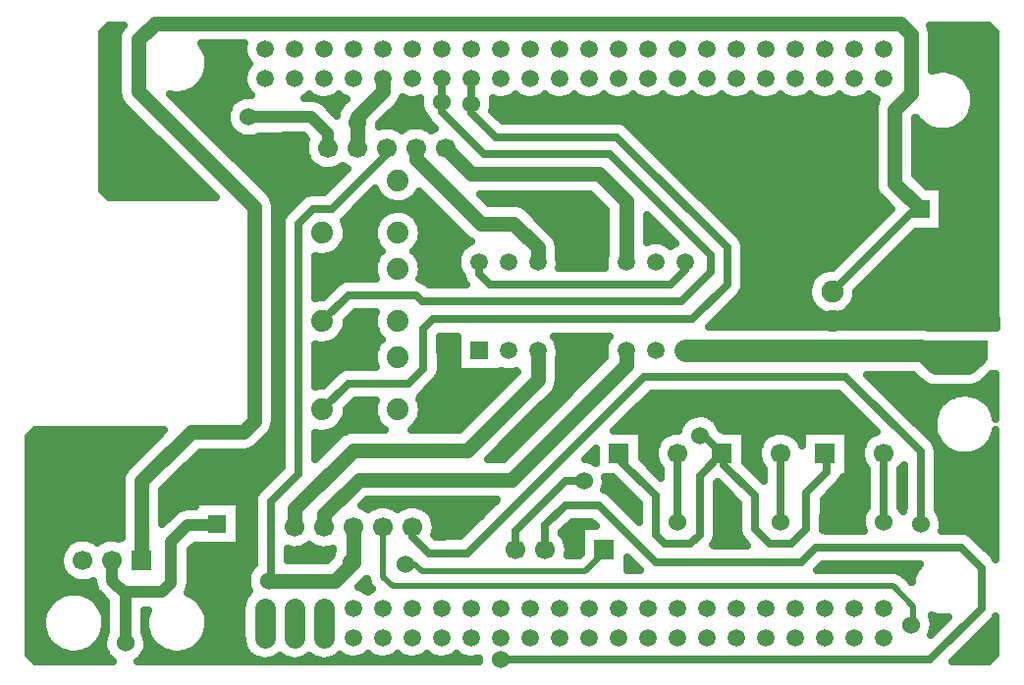
<source format=gbr>
G04 DipTrace 2.4.0.2*
%INBottom.gbr*%
%MOIN*%
%ADD13C,0.07*%
%ADD14C,0.025*%
%ADD15C,0.05*%
%ADD16C,0.02*%
%ADD17C,0.04*%
%ADD18C,0.075*%
%ADD19C,0.065*%
%ADD20C,0.06*%
%ADD21C,0.0625*%
%ADD24C,0.063*%
%ADD25R,0.063X0.063*%
%ADD27R,0.0669X0.0669*%
%ADD28C,0.0669*%
%ADD29C,0.0591*%
%ADD30R,0.0591X0.0591*%
%ADD32C,0.074*%
%ADD33R,0.0748X0.0748*%
%ADD34C,0.0748*%
%FSLAX44Y44*%
G04*
G70*
G90*
G75*
G01*
%LNBottom*%
%LPD*%
X12440Y5190D2*
D13*
Y6190D1*
X12561Y7126D2*
D15*
X14811D1*
X15405Y7720D1*
X15440Y7755D1*
Y8940D1*
X23940Y8190D2*
D16*
Y8067D1*
X23312Y7439D1*
X17749D1*
X17499Y7689D1*
X17187D1*
X15374Y7751D2*
D14*
X15405Y7720D1*
X16565Y21815D2*
X16749D1*
X14686Y19752D1*
X14061D1*
X13561Y19252D1*
Y10752D1*
X12624Y9814D1*
Y7126D1*
X12561D1*
X31440Y11440D2*
X31501D1*
Y10814D1*
X30813Y10126D1*
Y8876D1*
X30313Y8376D1*
X29563D1*
X29063Y8876D1*
Y10001D1*
X28000Y11064D1*
Y11440D1*
X27940D1*
X24440D2*
Y11249D1*
X25687Y10001D1*
Y8689D1*
X26000Y8376D1*
X26875D1*
X27188Y8689D1*
Y10688D1*
X27940Y11440D1*
X14440Y5190D2*
D13*
Y6190D1*
X19690Y17940D2*
D14*
Y17562D1*
X20062Y17190D1*
X26188D1*
X26690Y17692D1*
Y17940D1*
X27188Y12064D2*
X27316D1*
X27940Y11440D1*
X31688Y16939D2*
X34501Y19753D1*
X34688D1*
D15*
X33813Y20628D1*
Y23128D1*
X34376Y23690D1*
Y25691D1*
X34001Y26066D1*
X8686D1*
X8123Y25503D1*
Y23753D1*
X12061Y19815D1*
Y12564D1*
X11686Y12189D1*
X9936D1*
X8248Y10502D1*
Y7814D1*
X11440Y6190D2*
D14*
Y5190D1*
X36501Y18065D2*
Y16940D1*
X34688D1*
X22940Y8190D2*
Y8939D1*
X23000D1*
X11874Y22878D2*
D17*
X13999D1*
X14565Y22312D1*
Y21815D1*
X15565D2*
D15*
Y22690D1*
X15561D1*
Y22878D1*
X16440Y23756D1*
Y24190D1*
X17440Y8940D2*
D14*
Y8623D1*
X17999Y8064D1*
X19312D1*
X25312Y14064D1*
X32126D1*
X34688Y11502D1*
Y9126D1*
X34751Y9064D1*
X34688D1*
X16440Y8940D2*
D16*
Y7248D1*
X16749Y6939D1*
X33751D1*
X34438Y6251D1*
Y5689D1*
X34376Y5626D1*
X13440Y8940D2*
D15*
Y9568D1*
X15437Y11565D1*
X19313D1*
X21690Y13942D1*
Y14940D1*
X14440Y8940D2*
Y9380D1*
X15625Y10565D1*
X20813D1*
X24690Y14442D1*
Y14940D1*
X18565Y21815D2*
X19440Y20940D1*
X23750D1*
X24690Y20000D1*
Y17940D1*
X21690D2*
Y18437D1*
X20874Y19252D1*
X19749D1*
X17565Y21437D1*
Y21815D1*
X33440Y11440D2*
D14*
Y9128D1*
X33438Y9126D1*
X26438D2*
Y11438D1*
X26440Y11440D1*
X29938Y9126D2*
Y11438D1*
X29940Y11440D1*
X18440Y24190D2*
Y23378D1*
Y23062D1*
X19874Y21628D1*
X24125D1*
X27563Y18190D1*
Y17627D1*
X26563Y16627D1*
X17749D1*
X17562Y16815D1*
X15255D1*
X14380Y15940D1*
X18437Y23378D2*
X18440D1*
X19440Y24190D2*
Y23315D1*
Y23000D1*
X20249Y22190D1*
X24375D1*
X28125Y18440D1*
Y17190D1*
X26938Y16002D1*
X18124D1*
X17812Y15690D1*
Y14314D1*
X17312Y13814D1*
X15254D1*
X14380Y12940D1*
X19437Y23315D2*
X19440D1*
X20437Y4438D2*
X35001D1*
X36751Y6189D1*
Y7564D1*
X36064Y8251D1*
X31126D1*
X30625Y7751D1*
X25687D1*
X23750Y9689D1*
X22625D1*
X21940Y9004D1*
Y8190D1*
X20940D2*
Y8817D1*
X22625Y10502D1*
X23250D1*
X13440Y5190D2*
D13*
Y6190D1*
X7248Y7814D2*
D17*
Y7126D1*
X7686Y6689D1*
Y5001D1*
X10811Y9064D2*
X10748Y9001D1*
X9811D1*
X9248Y8439D1*
Y7064D1*
X8936Y6751D1*
X7686D1*
Y6689D1*
X26690Y14940D2*
D18*
X29062D1*
X29063Y14939D1*
X36626D2*
D19*
Y14940D1*
X34688D1*
D18*
X31688D1*
Y14939D1*
D20*
D3*
D18*
X29063D1*
X34688Y14940D2*
D21*
X35189Y14439D1*
X36314D1*
X36626Y14752D1*
Y14939D1*
D20*
X26438Y9126D3*
X29938D3*
X33438D3*
X17187Y7689D3*
X12561Y7126D3*
X15561Y22690D3*
X11874Y22878D3*
X23250Y10502D3*
X34376Y5626D3*
X20437Y4438D3*
X34688Y9064D3*
X15374Y7751D3*
X27188Y12064D3*
X10498Y24003D3*
X10561Y25191D3*
X36501Y18065D3*
X20499Y11502D3*
X20937Y11939D3*
X21375Y12377D3*
X23250Y20065D3*
X21750D3*
X10123Y7314D3*
X7686Y5001D3*
X19437Y9689D3*
X18812D3*
X19437Y23315D3*
X18437Y23378D3*
X23000Y8939D3*
X19374Y12877D3*
X18687Y15252D3*
X18624Y17815D3*
X19812Y13314D3*
X20249Y13752D3*
X18687Y14627D3*
X36501Y18752D3*
Y19440D3*
Y20065D3*
Y20753D3*
Y21440D3*
X30563Y12939D3*
X31376D3*
X6908Y25746D2*
D14*
X7448D1*
X35092D2*
X37221D1*
X6908Y25498D2*
X7405D1*
X35096D2*
X37221D1*
X6908Y25249D2*
X7405D1*
X10377D2*
X11678D1*
X35096D2*
X37221D1*
X6908Y25000D2*
X7405D1*
X10490D2*
X11698D1*
X35096D2*
X37221D1*
X6908Y24752D2*
X7405D1*
X10533D2*
X11819D1*
X35096D2*
X37221D1*
X6908Y24503D2*
X7405D1*
X10517D2*
X11745D1*
X35096D2*
X35292D1*
X35588D2*
X37221D1*
X6908Y24254D2*
X7405D1*
X10443D2*
X11678D1*
X36158D2*
X37221D1*
X6908Y24005D2*
X7405D1*
X10287D2*
X11698D1*
X36373D2*
X37221D1*
X6908Y23757D2*
X7405D1*
X9990D2*
X11815D1*
X36486D2*
X37221D1*
X6908Y23508D2*
X7448D1*
X9377D2*
X11452D1*
X14752D2*
X15128D1*
X20752D2*
X21128D1*
X21752D2*
X22128D1*
X22752D2*
X23128D1*
X23752D2*
X24128D1*
X24752D2*
X25128D1*
X25752D2*
X26128D1*
X26752D2*
X27128D1*
X27752D2*
X28128D1*
X28752D2*
X29128D1*
X29752D2*
X30128D1*
X30752D2*
X31128D1*
X31752D2*
X32128D1*
X32752D2*
X33128D1*
X36533D2*
X37221D1*
X6908Y23259D2*
X7608D1*
X9623D2*
X11210D1*
X14553D2*
X14956D1*
X16951D2*
X17674D1*
X20205D2*
X33104D1*
X36521D2*
X37221D1*
X6908Y23011D2*
X7858D1*
X9873D2*
X11116D1*
X16701D2*
X17764D1*
X20260D2*
X33092D1*
X36443D2*
X37221D1*
X6908Y22762D2*
X8108D1*
X10123D2*
X11112D1*
X16455D2*
X17932D1*
X20510D2*
X33092D1*
X36291D2*
X37221D1*
X6908Y22513D2*
X8354D1*
X10369D2*
X11198D1*
X16935D2*
X17194D1*
X17935D2*
X18159D1*
X24881D2*
X33092D1*
X34533D2*
X34881D1*
X35998D2*
X37221D1*
X6908Y22265D2*
X8604D1*
X10619D2*
X11424D1*
X25131D2*
X33092D1*
X34533D2*
X37221D1*
X6908Y22016D2*
X8854D1*
X10869D2*
X13788D1*
X25381D2*
X33092D1*
X34533D2*
X37221D1*
X6908Y21767D2*
X9100D1*
X11115D2*
X13760D1*
X25627D2*
X33092D1*
X34533D2*
X37221D1*
X6908Y21519D2*
X9350D1*
X11365D2*
X13819D1*
X25877D2*
X33092D1*
X34533D2*
X37221D1*
X6908Y21270D2*
X9600D1*
X11615D2*
X13983D1*
X26127D2*
X33092D1*
X34533D2*
X37221D1*
X6908Y21021D2*
X9846D1*
X11861D2*
X15124D1*
X26373D2*
X33092D1*
X34533D2*
X37221D1*
X6908Y20773D2*
X10096D1*
X12111D2*
X14874D1*
X26623D2*
X33092D1*
X34678D2*
X37221D1*
X6908Y20524D2*
X10346D1*
X12361D2*
X14628D1*
X26873D2*
X33100D1*
X34924D2*
X37221D1*
X7010Y20275D2*
X10592D1*
X12607D2*
X13811D1*
X16041D2*
X16231D1*
X27119D2*
X33190D1*
X35474D2*
X37221D1*
X12748Y20026D2*
X13503D1*
X15791D2*
X16487D1*
X17392D2*
X17967D1*
X19982D2*
X23655D1*
X27369D2*
X33409D1*
X35474D2*
X37221D1*
X12779Y19778D2*
X13256D1*
X15541D2*
X18217D1*
X21353D2*
X23905D1*
X27619D2*
X33655D1*
X35474D2*
X37221D1*
X12779Y19529D2*
X13038D1*
X15295D2*
X16350D1*
X17529D2*
X18464D1*
X21607D2*
X23971D1*
X27865D2*
X33448D1*
X35474D2*
X37221D1*
X12779Y19280D2*
X12967D1*
X15146D2*
X16174D1*
X17705D2*
X18714D1*
X21853D2*
X23971D1*
X25408D2*
X25639D1*
X28115D2*
X33198D1*
X35474D2*
X37221D1*
X12779Y19032D2*
X12967D1*
X15217D2*
X16104D1*
X17775D2*
X18964D1*
X22103D2*
X23971D1*
X25408D2*
X25889D1*
X28365D2*
X32948D1*
X35474D2*
X37221D1*
X12779Y18783D2*
X12967D1*
X15205D2*
X16116D1*
X17764D2*
X19210D1*
X22318D2*
X23971D1*
X25408D2*
X26139D1*
X28603D2*
X32702D1*
X34361D2*
X37221D1*
X12779Y18534D2*
X12967D1*
X15111D2*
X16210D1*
X17674D2*
X19225D1*
X22404D2*
X23971D1*
X28713D2*
X32452D1*
X34115D2*
X37221D1*
X12779Y18286D2*
X12967D1*
X14892D2*
X16327D1*
X17553D2*
X19010D1*
X22408D2*
X23971D1*
X28721D2*
X32202D1*
X33865D2*
X37221D1*
X12779Y18037D2*
X12967D1*
X14154D2*
X16163D1*
X17717D2*
X18932D1*
X22447D2*
X23932D1*
X28721D2*
X31956D1*
X33615D2*
X37221D1*
X12779Y17788D2*
X12967D1*
X14154D2*
X16104D1*
X17775D2*
X18940D1*
X22439D2*
X23940D1*
X28721D2*
X31706D1*
X33369D2*
X37221D1*
X12779Y17540D2*
X12967D1*
X14154D2*
X16120D1*
X17760D2*
X19042D1*
X28721D2*
X31104D1*
X33119D2*
X37221D1*
X12779Y17291D2*
X12967D1*
X14154D2*
X14917D1*
X17900D2*
X19163D1*
X28721D2*
X30924D1*
X32869D2*
X37221D1*
X12779Y17042D2*
X12967D1*
X14154D2*
X14651D1*
X28701D2*
X30850D1*
X32623D2*
X37221D1*
X12779Y16794D2*
X12967D1*
X14154D2*
X14401D1*
X28560D2*
X30858D1*
X32517D2*
X37221D1*
X12779Y16545D2*
X12967D1*
X28310D2*
X30944D1*
X32431D2*
X37221D1*
X12779Y16296D2*
X12967D1*
X28064D2*
X31155D1*
X32221D2*
X37221D1*
X12779Y16047D2*
X12967D1*
X15318D2*
X16108D1*
X27814D2*
X37221D1*
X12779Y15799D2*
X12967D1*
X15209D2*
X16112D1*
X27564D2*
X37221D1*
X12779Y15550D2*
X12967D1*
X15119D2*
X16198D1*
X12779Y15301D2*
X12967D1*
X14912D2*
X16342D1*
X18408D2*
X18924D1*
X22361D2*
X24018D1*
X12779Y15053D2*
X12967D1*
X14154D2*
X16171D1*
X18408D2*
X18924D1*
X22447D2*
X23932D1*
X12779Y14804D2*
X12967D1*
X14154D2*
X16104D1*
X18408D2*
X18924D1*
X22443D2*
X23936D1*
X12779Y14555D2*
X12967D1*
X14154D2*
X16116D1*
X18408D2*
X18924D1*
X22408D2*
X23796D1*
X12779Y14307D2*
X12967D1*
X14154D2*
X14944D1*
X18408D2*
X18924D1*
X22408D2*
X23546D1*
X12779Y14058D2*
X12967D1*
X14154D2*
X14667D1*
X18346D2*
X20799D1*
X22408D2*
X23299D1*
X32963D2*
X34475D1*
X37029D2*
X37221D1*
X12779Y13809D2*
X12967D1*
X14154D2*
X14417D1*
X18139D2*
X20549D1*
X22396D2*
X23049D1*
X33213D2*
X34745D1*
X36760D2*
X37221D1*
X12779Y13561D2*
X12967D1*
X17889D2*
X20299D1*
X22295D2*
X22799D1*
X33459D2*
X37221D1*
X12779Y13312D2*
X12967D1*
X17689D2*
X20053D1*
X22068D2*
X22553D1*
X25392D2*
X32046D1*
X33709D2*
X35546D1*
X36834D2*
X37221D1*
X12779Y13063D2*
X12967D1*
X15334D2*
X16108D1*
X17771D2*
X19803D1*
X21818D2*
X22303D1*
X25142D2*
X32296D1*
X33959D2*
X35296D1*
X37084D2*
X37219D1*
X12779Y12815D2*
X12967D1*
X15209D2*
X16108D1*
X17771D2*
X19553D1*
X21568D2*
X22053D1*
X24892D2*
X32546D1*
X34205D2*
X35163D1*
X12779Y12566D2*
X12967D1*
X15131D2*
X16190D1*
X17689D2*
X19307D1*
X21322D2*
X21807D1*
X24646D2*
X26612D1*
X27764D2*
X32792D1*
X34455D2*
X35104D1*
X12736Y12317D2*
X12967D1*
X14931D2*
X16389D1*
X17490D2*
X19057D1*
X21072D2*
X21557D1*
X24396D2*
X26464D1*
X27912D2*
X33042D1*
X34705D2*
X35104D1*
X4474Y12068D2*
X8807D1*
X12572D2*
X12967D1*
X14154D2*
X14932D1*
X20822D2*
X21307D1*
X25244D2*
X25956D1*
X28744D2*
X29456D1*
X30428D2*
X30635D1*
X32244D2*
X32956D1*
X34951D2*
X35163D1*
X4410Y11820D2*
X8557D1*
X12326D2*
X12967D1*
X14154D2*
X14686D1*
X20576D2*
X21061D1*
X25244D2*
X25733D1*
X28744D2*
X29233D1*
X32244D2*
X32733D1*
X35185D2*
X35293D1*
X37088D2*
X37220D1*
X4410Y11571D2*
X8311D1*
X12029D2*
X12967D1*
X14154D2*
X14436D1*
X20326D2*
X20811D1*
X25244D2*
X25647D1*
X28744D2*
X29147D1*
X32244D2*
X32647D1*
X35279D2*
X35542D1*
X36838D2*
X37221D1*
X4410Y11322D2*
X8061D1*
X10076D2*
X12967D1*
X20076D2*
X20561D1*
X23400D2*
X23635D1*
X25244D2*
X25643D1*
X28744D2*
X29143D1*
X32244D2*
X32643D1*
X35283D2*
X37221D1*
X4410Y11074D2*
X7811D1*
X9830D2*
X12967D1*
X25447D2*
X25725D1*
X28822D2*
X29225D1*
X32244D2*
X32725D1*
X35283D2*
X37221D1*
X4410Y10825D2*
X7608D1*
X9580D2*
X12803D1*
X25693D2*
X25843D1*
X29068D2*
X29342D1*
X32244D2*
X32846D1*
X35283D2*
X37221D1*
X4410Y10576D2*
X7534D1*
X9330D2*
X12553D1*
X24017D2*
X24280D1*
X32045D2*
X32846D1*
X35283D2*
X37221D1*
X4410Y10328D2*
X7530D1*
X9084D2*
X12307D1*
X23998D2*
X24530D1*
X27783D2*
X27905D1*
X31846D2*
X32846D1*
X35283D2*
X37221D1*
X4410Y10079D2*
X7530D1*
X8967D2*
X12092D1*
X24189D2*
X24780D1*
X27783D2*
X28155D1*
X31596D2*
X32846D1*
X35283D2*
X37221D1*
X4410Y9830D2*
X7530D1*
X8967D2*
X12030D1*
X15896D2*
X20249D1*
X24439D2*
X25026D1*
X27783D2*
X28405D1*
X31408D2*
X32846D1*
X35283D2*
X37221D1*
X4410Y9582D2*
X7530D1*
X8967D2*
X9503D1*
X11596D2*
X12030D1*
X17908D2*
X19999D1*
X24689D2*
X25092D1*
X27783D2*
X28467D1*
X31408D2*
X32823D1*
X35283D2*
X37221D1*
X4410Y9333D2*
X7530D1*
X8967D2*
X9206D1*
X11596D2*
X12030D1*
X18139D2*
X19749D1*
X24935D2*
X25092D1*
X27783D2*
X28467D1*
X31408D2*
X32698D1*
X35408D2*
X37221D1*
X4410Y9084D2*
X7530D1*
X11596D2*
X12030D1*
X18232D2*
X19503D1*
X22849D2*
X23522D1*
X27783D2*
X28467D1*
X31408D2*
X32671D1*
X35459D2*
X37221D1*
X4410Y8836D2*
X7530D1*
X11596D2*
X12030D1*
X18236D2*
X19253D1*
X22603D2*
X23135D1*
X27783D2*
X28471D1*
X31408D2*
X32729D1*
X35424D2*
X37221D1*
X4410Y8587D2*
X6124D1*
X6369D2*
X7124D1*
X7369D2*
X7446D1*
X11596D2*
X12030D1*
X22635D2*
X23135D1*
X27775D2*
X28546D1*
X36560D2*
X37221D1*
X4410Y8338D2*
X5647D1*
X11596D2*
X12030D1*
X22732D2*
X23135D1*
X27662D2*
X28768D1*
X36806D2*
X37221D1*
X4410Y8089D2*
X5495D1*
X9920D2*
X12030D1*
X13217D2*
X14686D1*
X22736D2*
X23135D1*
X37056D2*
X37217D1*
X4410Y7841D2*
X5444D1*
X9920D2*
X12030D1*
X13217D2*
X14518D1*
X4410Y7592D2*
X5475D1*
X9920D2*
X11956D1*
X24744D2*
X25014D1*
X31299D2*
X34565D1*
X4410Y7343D2*
X5600D1*
X9920D2*
X11823D1*
X34142D2*
X34424D1*
X4410Y7095D2*
X5921D1*
X9920D2*
X11792D1*
X15787D2*
X15896D1*
X4410Y6846D2*
X6643D1*
X9881D2*
X11846D1*
X15806D2*
X16046D1*
X4410Y6597D2*
X5346D1*
X6533D2*
X6839D1*
X10033D2*
X11733D1*
X4410Y6349D2*
X5073D1*
X6806D2*
X7014D1*
X10306D2*
X11635D1*
X4410Y6100D2*
X4928D1*
X10455D2*
X11620D1*
X4410Y5851D2*
X4858D1*
X10521D2*
X11620D1*
X35111D2*
X35585D1*
X4410Y5603D2*
X4850D1*
X10533D2*
X11620D1*
X35146D2*
X35335D1*
X36998D2*
X37221D1*
X4410Y5354D2*
X4901D1*
X10482D2*
X11620D1*
X36748D2*
X37221D1*
X4410Y5105D2*
X5018D1*
X10361D2*
X11624D1*
X36498D2*
X37221D1*
X4410Y4857D2*
X5245D1*
X6635D2*
X6928D1*
X8443D2*
X8745D1*
X10135D2*
X11694D1*
X36252D2*
X37221D1*
X4428Y4608D2*
X7026D1*
X8342D2*
X11874D1*
X36002D2*
X37202D1*
X34909Y20513D2*
X35448D1*
Y18993D1*
X34546D1*
X32510Y16955D1*
X32498Y16815D1*
X32469Y16693D1*
X32423Y16577D1*
X32359Y16470D1*
X32280Y16373D1*
X32187Y16290D1*
X32082Y16222D1*
X31969Y16170D1*
X31849Y16136D1*
X31725Y16121D1*
X31600Y16125D1*
X31477Y16148D1*
X31359Y16189D1*
X31249Y16248D1*
X31149Y16323D1*
X31061Y16412D1*
X30989Y16513D1*
X30932Y16625D1*
X30893Y16743D1*
X30872Y16867D1*
X30871Y16991D1*
X30888Y17115D1*
X30924Y17235D1*
X30978Y17347D1*
X31048Y17451D1*
X31133Y17542D1*
X31231Y17619D1*
X31340Y17681D1*
X31457Y17725D1*
X31579Y17751D1*
X31700Y17758D1*
X33702Y19759D1*
X33322Y20136D1*
X33242Y20232D1*
X33180Y20341D1*
X33139Y20459D1*
X33121Y20569D1*
X33118Y22003D1*
Y23128D1*
X33130Y23252D1*
X33158Y23361D1*
X33213Y23477D1*
X33007Y23589D1*
X32939Y23648D1*
X32832Y23562D1*
X32721Y23505D1*
X32602Y23468D1*
X32478Y23451D1*
X32353Y23455D1*
X32231Y23480D1*
X32114Y23525D1*
X32007Y23589D1*
X31939Y23648D1*
X31832Y23562D1*
X31721Y23505D1*
X31602Y23468D1*
X31478Y23451D1*
X31353Y23455D1*
X31231Y23480D1*
X31114Y23525D1*
X31007Y23589D1*
X30939Y23648D1*
X30832Y23562D1*
X30721Y23505D1*
X30602Y23468D1*
X30478Y23451D1*
X30353Y23455D1*
X30231Y23480D1*
X30114Y23525D1*
X30007Y23589D1*
X29939Y23648D1*
X29832Y23562D1*
X29721Y23505D1*
X29602Y23468D1*
X29478Y23451D1*
X29353Y23455D1*
X29231Y23480D1*
X29114Y23525D1*
X29007Y23589D1*
X28939Y23648D1*
X28832Y23562D1*
X28721Y23505D1*
X28602Y23468D1*
X28478Y23451D1*
X28353Y23455D1*
X28231Y23480D1*
X28114Y23525D1*
X28007Y23589D1*
X27939Y23648D1*
X27832Y23562D1*
X27721Y23505D1*
X27602Y23468D1*
X27478Y23451D1*
X27353Y23455D1*
X27231Y23480D1*
X27114Y23525D1*
X27007Y23589D1*
X26939Y23648D1*
X26832Y23562D1*
X26721Y23505D1*
X26602Y23468D1*
X26478Y23451D1*
X26353Y23455D1*
X26231Y23480D1*
X26114Y23525D1*
X26007Y23589D1*
X25939Y23648D1*
X25832Y23562D1*
X25721Y23505D1*
X25602Y23468D1*
X25478Y23451D1*
X25353Y23455D1*
X25231Y23480D1*
X25114Y23525D1*
X25007Y23589D1*
X24939Y23648D1*
X24832Y23562D1*
X24721Y23505D1*
X24602Y23468D1*
X24478Y23451D1*
X24353Y23455D1*
X24231Y23480D1*
X24114Y23525D1*
X24007Y23589D1*
X23939Y23648D1*
X23832Y23562D1*
X23721Y23505D1*
X23602Y23468D1*
X23478Y23451D1*
X23353Y23455D1*
X23231Y23480D1*
X23114Y23525D1*
X23007Y23589D1*
X22939Y23648D1*
X22832Y23562D1*
X22721Y23505D1*
X22602Y23468D1*
X22478Y23451D1*
X22353Y23455D1*
X22231Y23480D1*
X22114Y23525D1*
X22007Y23589D1*
X21939Y23648D1*
X21832Y23562D1*
X21721Y23505D1*
X21602Y23468D1*
X21478Y23451D1*
X21353Y23455D1*
X21231Y23480D1*
X21114Y23525D1*
X21007Y23589D1*
X20939Y23648D1*
X20832Y23562D1*
X20721Y23505D1*
X20602Y23468D1*
X20478Y23451D1*
X20353Y23455D1*
X20231Y23480D1*
X20154Y23510D1*
X20180Y23371D1*
X20171Y23191D1*
X20147Y23096D1*
X20487Y22759D1*
X24375Y22760D1*
X24499Y22747D1*
X24617Y22706D1*
X24748Y22621D1*
X28528Y18843D1*
X28606Y18746D1*
X28661Y18634D1*
X28694Y18481D1*
X28695Y17190D1*
X28682Y17066D1*
X28641Y16948D1*
X28556Y16816D1*
X27504Y15762D1*
X29438Y15759D1*
X34688Y15760D1*
X34813Y15750D1*
X34967Y15709D1*
X35849Y15710D1*
X35846Y15719D1*
X37249D1*
X37245Y16440D1*
Y25752D1*
X37006Y25995D1*
X34999D1*
X35047Y25872D1*
X35071Y25691D1*
Y24445D1*
X35273Y24497D1*
X35398Y24509D1*
X35523Y24507D1*
X35646Y24490D1*
X35767Y24459D1*
X35884Y24414D1*
X35994Y24355D1*
X36097Y24284D1*
X36191Y24202D1*
X36275Y24109D1*
X36347Y24007D1*
X36407Y23898D1*
X36454Y23782D1*
X36487Y23661D1*
X36510Y23440D1*
X36503Y23315D1*
X36481Y23192D1*
X36445Y23073D1*
X36395Y22958D1*
X36333Y22850D1*
X36258Y22750D1*
X36172Y22659D1*
X36076Y22579D1*
X35971Y22511D1*
X35859Y22456D1*
X35742Y22413D1*
X35620Y22385D1*
X35496Y22371D1*
X35371Y22372D1*
X35247Y22388D1*
X35125Y22417D1*
X35008Y22461D1*
X34897Y22518D1*
X34793Y22587D1*
X34698Y22669D1*
X34614Y22760D1*
X34538Y22865D1*
X34505Y22837D1*
X34508Y21628D1*
Y20913D1*
X34910Y20514D1*
X18210Y8816D2*
X18178Y8691D1*
X18238Y8631D1*
X18874Y8634D1*
X19073D1*
X20315Y9873D1*
X18563Y9870D1*
X15911D1*
X15710Y9668D1*
X15757Y9652D1*
X15866Y9593D1*
X15937Y9538D1*
X16037Y9607D1*
X16148Y9663D1*
X16267Y9700D1*
X16391Y9718D1*
X16516Y9716D1*
X16639Y9694D1*
X16757Y9652D1*
X16866Y9593D1*
X16937Y9538D1*
X17037Y9607D1*
X17148Y9663D1*
X17267Y9700D1*
X17391Y9718D1*
X17516Y9716D1*
X17639Y9694D1*
X17757Y9652D1*
X17866Y9593D1*
X17965Y9516D1*
X18050Y9425D1*
X18120Y9322D1*
X18172Y9208D1*
X18206Y9088D1*
X18220Y8940D1*
X18210Y8816D1*
X14745Y8225D2*
X14662Y8193D1*
X14539Y8167D1*
X14415Y8161D1*
X14291Y8175D1*
X14170Y8208D1*
X14057Y8261D1*
X13939Y8344D1*
X13886Y8300D1*
X13778Y8237D1*
X13662Y8193D1*
X13539Y8167D1*
X13415Y8161D1*
X13291Y8175D1*
X13197Y8201D1*
X13194Y7818D1*
X14311Y7821D1*
X14526D1*
X14660Y7957D1*
X14683Y8029D1*
X14746Y8150D1*
X15062Y21218D2*
X15011Y21175D1*
X14903Y21112D1*
X14787Y21068D1*
X14664Y21042D1*
X14540Y21036D1*
X14416Y21050D1*
X14295Y21083D1*
X14182Y21136D1*
X14079Y21206D1*
X13988Y21291D1*
X13911Y21390D1*
X13852Y21500D1*
X13811Y21618D1*
X13789Y21741D1*
X13787Y21866D1*
X13805Y21989D1*
X13844Y22121D1*
X13731Y22234D1*
X12245Y22233D1*
X12161Y22191D1*
X12042Y22152D1*
X11919Y22134D1*
X11794Y22137D1*
X11671Y22161D1*
X11554Y22205D1*
X11446Y22267D1*
X11351Y22347D1*
X11269Y22442D1*
X11205Y22549D1*
X11159Y22665D1*
X11134Y22788D1*
X11129Y22912D1*
X11146Y23036D1*
X11182Y23155D1*
X11238Y23267D1*
X11312Y23368D1*
X11402Y23454D1*
X11505Y23525D1*
X11618Y23578D1*
X11739Y23610D1*
X11863Y23623D1*
X11976Y23615D1*
X11912Y23671D1*
X11833Y23767D1*
X11770Y23875D1*
X11727Y23992D1*
X11704Y24114D1*
X11701Y24239D1*
X11720Y24363D1*
X11759Y24481D1*
X11818Y24591D1*
X11892Y24687D1*
X11833Y24767D1*
X11770Y24875D1*
X11727Y24992D1*
X11704Y25114D1*
X11701Y25239D1*
X11724Y25374D1*
X10751Y25371D1*
X10263D1*
X10347Y25257D1*
X10407Y25148D1*
X10454Y25032D1*
X10487Y24911D1*
X10510Y24690D1*
X10503Y24565D1*
X10481Y24442D1*
X10445Y24323D1*
X10395Y24208D1*
X10333Y24100D1*
X10258Y24000D1*
X10172Y23909D1*
X10076Y23829D1*
X9971Y23761D1*
X9859Y23706D1*
X9742Y23663D1*
X9620Y23635D1*
X9496Y23621D1*
X9371Y23622D1*
X9213Y23646D1*
X12552Y20306D1*
X12632Y20211D1*
X12694Y20102D1*
X12735Y19984D1*
X12754Y19873D1*
X12756Y18440D1*
Y12564D1*
X12745Y12440D1*
X12712Y12320D1*
X12657Y12207D1*
X12592Y12116D1*
X12177Y11698D1*
X12082Y11618D1*
X11973Y11556D1*
X11855Y11515D1*
X11744Y11497D1*
X10221Y11494D1*
X8944Y10214D1*
X8943Y9044D1*
X9355Y9457D1*
X9451Y9537D1*
X9561Y9596D1*
X9680Y9633D1*
X9811Y9646D1*
X10049D1*
X10051Y9824D1*
X11571D1*
Y8304D1*
X10051D1*
Y8331D1*
X9894Y8172D1*
X9893Y7064D1*
X9881Y6939D1*
X9845Y6820D1*
X9795Y6723D1*
X9994Y6605D1*
X10097Y6534D1*
X10191Y6452D1*
X10275Y6359D1*
X10347Y6257D1*
X10407Y6148D1*
X10454Y6032D1*
X10487Y5911D1*
X10510Y5690D1*
X10503Y5565D1*
X10481Y5442D1*
X10445Y5323D1*
X10395Y5208D1*
X10333Y5100D1*
X10258Y5000D1*
X10172Y4909D1*
X10076Y4829D1*
X9971Y4761D1*
X9859Y4706D1*
X9742Y4663D1*
X9620Y4635D1*
X9496Y4621D1*
X9371Y4622D1*
X9247Y4638D1*
X9125Y4667D1*
X9008Y4711D1*
X8897Y4768D1*
X8793Y4837D1*
X8698Y4919D1*
X8614Y5010D1*
X8540Y5111D1*
X8479Y5220D1*
X8430Y5335D1*
X8396Y5455D1*
X8376Y5579D1*
X8370Y5703D1*
X8379Y5828D1*
X8402Y5951D1*
X8457Y6109D1*
X8330Y6106D1*
X8331Y5372D1*
X8369Y5298D1*
X8409Y5180D1*
X8431Y5001D1*
X8420Y4877D1*
X8389Y4756D1*
X8338Y4642D1*
X8269Y4538D1*
X8183Y4447D1*
X8099Y4383D1*
X12573Y4385D1*
X19694D1*
X19695Y4492D1*
X19602Y4468D1*
X19478Y4451D1*
X19353Y4455D1*
X19231Y4480D1*
X19114Y4525D1*
X19007Y4589D1*
X18939Y4648D1*
X18832Y4562D1*
X18721Y4505D1*
X18602Y4468D1*
X18478Y4451D1*
X18353Y4455D1*
X18231Y4480D1*
X18114Y4525D1*
X18007Y4589D1*
X17939Y4648D1*
X17832Y4562D1*
X17721Y4505D1*
X17602Y4468D1*
X17478Y4451D1*
X17353Y4455D1*
X17231Y4480D1*
X17114Y4525D1*
X17007Y4589D1*
X16939Y4648D1*
X16832Y4562D1*
X16721Y4505D1*
X16602Y4468D1*
X16478Y4451D1*
X16353Y4455D1*
X16231Y4480D1*
X16114Y4525D1*
X16007Y4589D1*
X15939Y4648D1*
X15832Y4562D1*
X15721Y4505D1*
X15602Y4468D1*
X15478Y4451D1*
X15353Y4455D1*
X15231Y4480D1*
X15114Y4525D1*
X14981Y4612D1*
X14907Y4546D1*
X14800Y4481D1*
X14685Y4434D1*
X14563Y4405D1*
X14439Y4395D1*
X14314Y4405D1*
X14193Y4434D1*
X14078Y4482D1*
X13939Y4576D1*
X13800Y4481D1*
X13685Y4434D1*
X13563Y4405D1*
X13439Y4395D1*
X13314Y4405D1*
X13193Y4434D1*
X13078Y4482D1*
X12939Y4576D1*
X12800Y4481D1*
X12685Y4434D1*
X12563Y4405D1*
X12439Y4395D1*
X12314Y4405D1*
X12193Y4434D1*
X12078Y4482D1*
X11971Y4548D1*
X11877Y4629D1*
X11796Y4724D1*
X11731Y4831D1*
X11683Y4946D1*
X11654Y5068D1*
X11645Y5315D1*
Y6190D1*
X11655Y6314D1*
X11684Y6436D1*
X11732Y6551D1*
X11797Y6658D1*
X11905Y6775D1*
X11847Y6914D1*
X11822Y7036D1*
X11817Y7161D1*
X11833Y7284D1*
X11870Y7404D1*
X11926Y7515D1*
X12000Y7616D1*
X12053Y7668D1*
X12054Y9814D1*
X12067Y9938D1*
X12108Y10056D1*
X12193Y10187D1*
X12991Y10988D1*
Y19252D1*
X13005Y19376D1*
X13045Y19494D1*
X13130Y19626D1*
X13658Y20156D1*
X13756Y20234D1*
X13867Y20289D1*
X14021Y20321D1*
X14448Y20322D1*
X15236Y21108D1*
X15079Y21206D1*
X15064Y21219D1*
X30785Y12220D2*
X32220D1*
Y10660D1*
X32049Y10659D1*
X32002Y10543D1*
X31904Y10411D1*
X31382Y9889D1*
X31381Y8841D1*
X31501Y8821D1*
X32762D1*
X32724Y8914D1*
X32699Y9036D1*
X32694Y9161D1*
X32710Y9285D1*
X32747Y9404D1*
X32803Y9516D1*
X32870Y9607D1*
Y10905D1*
X32786Y11015D1*
X32727Y11125D1*
X32686Y11243D1*
X32664Y11366D1*
X32662Y11491D1*
X32680Y11614D1*
X32718Y11733D1*
X32774Y11845D1*
X32847Y11946D1*
X32935Y12034D1*
X33037Y12107D1*
X33148Y12163D1*
X33204Y12180D1*
X31891Y13493D1*
X25551Y13494D1*
X24390Y12336D1*
X24276Y12222D1*
X25035Y12220D1*
X25220D1*
Y11278D1*
X25868Y10627D1*
X25863Y10916D1*
X25786Y11015D1*
X25727Y11125D1*
X25686Y11243D1*
X25664Y11366D1*
X25662Y11491D1*
X25680Y11614D1*
X25718Y11733D1*
X25774Y11845D1*
X25847Y11946D1*
X25935Y12034D1*
X26037Y12107D1*
X26148Y12163D1*
X26267Y12200D1*
X26391Y12218D1*
X26460Y12222D1*
X26496Y12342D1*
X26552Y12453D1*
X26626Y12554D1*
X26716Y12641D1*
X26819Y12712D1*
X26932Y12764D1*
X27053Y12797D1*
X27177Y12809D1*
X27301Y12800D1*
X27423Y12771D1*
X27538Y12722D1*
X27642Y12654D1*
X27735Y12570D1*
X27811Y12472D1*
X27871Y12362D1*
X27894Y12291D1*
X28035Y12220D1*
X28720D1*
Y11153D1*
X29367Y10503D1*
X29363Y10916D1*
X29286Y11015D1*
X29227Y11125D1*
X29186Y11243D1*
X29164Y11366D1*
X29162Y11491D1*
X29180Y11614D1*
X29218Y11733D1*
X29274Y11845D1*
X29347Y11946D1*
X29435Y12034D1*
X29537Y12107D1*
X29648Y12163D1*
X29767Y12200D1*
X29891Y12218D1*
X30016Y12216D1*
X30139Y12194D1*
X30257Y12152D1*
X30366Y12093D1*
X30465Y12016D1*
X30550Y11925D1*
X30620Y11822D1*
X30661Y11733D1*
X30660Y12220D1*
X30785D1*
X34117Y11056D2*
X34065Y10974D1*
X34011Y10912D1*
X34010Y9600D1*
X34082Y9496D1*
X34118Y9626D1*
Y11052D1*
X24224Y10660D2*
X23974D1*
X23995Y10502D1*
X23984Y10377D1*
X23939Y10224D1*
X23992Y10205D1*
X24123Y10120D1*
X25117Y9128D1*
Y9763D1*
X24221Y10662D1*
X23660Y11125D2*
Y11610D1*
X23299Y11244D1*
X23485Y11208D1*
X23600Y11159D1*
X23662Y11119D1*
X23285Y8970D2*
X23664D1*
X23514Y9119D1*
X22863D1*
X22511Y8769D1*
X22510Y8719D1*
X22620Y8572D1*
X22672Y8458D1*
X22706Y8338D1*
X22720Y8190D1*
X22710Y8066D1*
X22690Y7986D1*
X23089Y7984D1*
X23162Y8059D1*
X23160Y8970D1*
X23285D1*
X24720Y7911D2*
Y7481D1*
X25151Y7484D1*
X24718Y7914D1*
X37246Y14160D2*
X37105D1*
X36849Y13904D1*
X36754Y13823D1*
X36647Y13759D1*
X36530Y13714D1*
X36443Y13693D1*
X36189Y13682D1*
X35189D1*
X35064Y13692D1*
X34943Y13723D1*
X34829Y13773D1*
X34752Y13820D1*
X34565Y13992D1*
X34435Y14122D1*
X32880Y14120D1*
X33501Y13495D1*
X35091Y11905D1*
X35169Y11807D1*
X35224Y11695D1*
X35257Y11542D1*
X35258Y9545D1*
X35312Y9471D1*
X35371Y9361D1*
X35412Y9243D1*
X35433Y9064D1*
X35423Y8939D1*
X35393Y8822D1*
X36064Y8821D1*
X36188Y8808D1*
X36306Y8767D1*
X36437Y8682D1*
X37154Y7967D1*
X37234Y7866D1*
X37245Y7940D1*
Y12264D1*
X37195Y12073D1*
X37145Y11958D1*
X37083Y11850D1*
X37008Y11750D1*
X36922Y11659D1*
X36826Y11579D1*
X36721Y11511D1*
X36609Y11456D1*
X36492Y11413D1*
X36370Y11385D1*
X36246Y11371D1*
X36121Y11372D1*
X35997Y11388D1*
X35875Y11417D1*
X35758Y11461D1*
X35647Y11518D1*
X35543Y11587D1*
X35448Y11669D1*
X35364Y11760D1*
X35290Y11861D1*
X35229Y11970D1*
X35180Y12085D1*
X35146Y12205D1*
X35126Y12329D1*
X35120Y12453D1*
X35129Y12578D1*
X35152Y12701D1*
X35190Y12820D1*
X35241Y12934D1*
X35305Y13041D1*
X35381Y13140D1*
X35468Y13230D1*
X35565Y13309D1*
X35671Y13376D1*
X35783Y13430D1*
X35901Y13470D1*
X36023Y13497D1*
X36148Y13509D1*
X36273Y13507D1*
X36396Y13490D1*
X36517Y13459D1*
X36634Y13414D1*
X36744Y13355D1*
X36847Y13284D1*
X36941Y13202D1*
X37025Y13109D1*
X37097Y13007D1*
X37157Y12898D1*
X37204Y12782D1*
X37246Y12603D1*
X37245Y14163D1*
X15587Y6915D2*
X15696Y6885D1*
X15809Y6832D1*
X15937Y6736D1*
X16081Y6836D1*
X15977Y6960D1*
X15924Y7073D1*
X15898Y7199D1*
X15872Y7197D1*
X15720Y7052D1*
X15584Y6916D1*
X17702Y23499D2*
X17602Y23468D1*
X17478Y23451D1*
X17353Y23455D1*
X17231Y23480D1*
X17098Y23535D1*
X17043Y23410D1*
X16931Y23265D1*
X16304Y22638D1*
X16292Y22544D1*
X16392Y22575D1*
X16516Y22593D1*
X16641Y22591D1*
X16764Y22569D1*
X16882Y22527D1*
X16991Y22468D1*
X17062Y22413D1*
X17162Y22482D1*
X17273Y22538D1*
X17392Y22575D1*
X17516Y22593D1*
X17641Y22591D1*
X17764Y22569D1*
X17882Y22527D1*
X17991Y22468D1*
X18062Y22413D1*
X18193Y22498D1*
X18037Y22659D1*
X17941Y22787D1*
X17911Y22850D1*
X17832Y22942D1*
X17768Y23049D1*
X17723Y23165D1*
X17697Y23288D1*
X17692Y23412D1*
X17704Y23501D1*
X15198Y23493D2*
X15114Y23525D1*
X15007Y23589D1*
X14939Y23648D1*
X14832Y23562D1*
X14721Y23505D1*
X14602Y23468D1*
X14478Y23451D1*
X14353Y23455D1*
X14231Y23480D1*
X14114Y23525D1*
X14007Y23589D1*
X13939Y23648D1*
X13832Y23562D1*
X13752Y23521D1*
X13999Y23523D1*
X14123Y23511D1*
X14243Y23475D1*
X14353Y23417D1*
X14455Y23334D1*
X14855Y22933D1*
X14875Y22990D1*
X14907Y23111D1*
X14959Y23224D1*
X15070Y23369D1*
X15194Y23494D1*
X35647Y5891D2*
X35496Y5871D1*
X35371Y5872D1*
X35247Y5888D1*
X35049Y5946D1*
X35099Y5805D1*
X35121Y5626D1*
X35110Y5502D1*
X35079Y5381D1*
X35040Y5283D1*
X35645Y5888D1*
X34380Y7082D2*
X34402Y7201D1*
X34440Y7320D1*
X34491Y7434D1*
X34555Y7541D1*
X34672Y7682D1*
X31364Y7681D1*
X31161Y7481D1*
X32499Y7484D1*
X33751D1*
X33875Y7469D1*
X33992Y7427D1*
X34070Y7380D1*
X34225Y7236D1*
X34382Y7078D1*
X20430Y14249D2*
Y14200D1*
X18950D1*
Y15430D1*
X18379Y15432D1*
X18382Y14314D1*
X18368Y14190D1*
X18328Y14072D1*
X18242Y13941D1*
X17688Y13387D1*
X17672Y13298D1*
X17718Y13182D1*
X17746Y13060D1*
X17755Y12940D1*
X17745Y12815D1*
X17717Y12694D1*
X17670Y12578D1*
X17606Y12471D1*
X17527Y12374D1*
X17384Y12260D1*
X19027D1*
X20995Y14230D1*
X20971Y14255D1*
X20852Y14218D1*
X20728Y14201D1*
X20603Y14205D1*
X20433Y14248D1*
X22420Y14816D2*
X22384Y14684D1*
X22385Y13942D1*
X22374Y13818D1*
X22341Y13698D1*
X22286Y13585D1*
X22221Y13494D1*
X21209Y12479D1*
X19991Y11261D1*
X20527Y11260D1*
X23981Y14716D1*
X23954Y14864D1*
X23951Y14989D1*
X23970Y15113D1*
X24009Y15231D1*
X24068Y15341D1*
X24137Y15431D1*
X22246Y15432D1*
X22324Y15322D1*
X22379Y15210D1*
X22415Y15090D1*
X22430Y14940D1*
X22420Y14816D1*
X26193Y18485D2*
X26236Y18525D1*
X26352Y18597D1*
X25384Y19563D1*
X25385Y18613D1*
X25456Y18642D1*
X25577Y18672D1*
X25702Y18680D1*
X25826Y18668D1*
X25946Y18635D1*
X26059Y18582D1*
X26187Y18486D1*
X23973Y17761D2*
X23954Y17864D1*
X23951Y17989D1*
X23970Y18113D1*
X23996Y18191D1*
X23995Y19710D1*
X23461Y20246D1*
X19738Y20245D1*
X20037Y19948D1*
X20874Y19947D1*
X20999Y19936D1*
X21119Y19903D1*
X21232Y19849D1*
X21323Y19783D1*
X22181Y18928D1*
X22261Y18832D1*
X22323Y18724D1*
X22364Y18606D1*
X22383Y18495D1*
X22385Y18191D1*
X22415Y18090D1*
X22430Y17940D1*
X22420Y17816D1*
X22405Y17759D1*
X23972Y17760D1*
X19130Y17460D2*
X19083Y17517D1*
X19020Y17625D1*
X18977Y17742D1*
X18954Y17864D1*
X18951Y17989D1*
X18970Y18113D1*
X19009Y18231D1*
X19068Y18341D1*
X19144Y18440D1*
X19236Y18525D1*
X19341Y18593D1*
X19438Y18634D1*
X19301Y18721D1*
X18286Y19733D1*
X17670Y20349D1*
X17606Y20251D1*
X17527Y20154D1*
X17434Y20071D1*
X17329Y20004D1*
X17215Y19953D1*
X17094Y19920D1*
X16970Y19906D1*
X16845Y19911D1*
X16723Y19934D1*
X16605Y19977D1*
X16496Y20037D1*
X16397Y20113D1*
X16310Y20203D1*
X16239Y20305D1*
X16178Y20436D1*
X15086Y19347D1*
X15158Y19182D1*
X15186Y19060D1*
X15195Y18940D1*
X15185Y18815D1*
X15157Y18694D1*
X15110Y18578D1*
X15046Y18471D1*
X14967Y18374D1*
X14874Y18291D1*
X14769Y18224D1*
X14655Y18173D1*
X14534Y18140D1*
X14410Y18126D1*
X14285Y18131D1*
X14130Y18166D1*
X14131Y16717D1*
X14290Y16750D1*
X14387Y16753D1*
X14852Y17218D1*
X14949Y17296D1*
X15061Y17351D1*
X15214Y17383D1*
X16196Y17385D1*
X16146Y17536D1*
X16127Y17660D1*
X16128Y17785D1*
X16147Y17908D1*
X16185Y18027D1*
X16241Y18139D1*
X16313Y18241D1*
X16397Y18333D1*
X16310Y18423D1*
X16239Y18525D1*
X16183Y18637D1*
X16146Y18756D1*
X16127Y18880D1*
X16128Y19005D1*
X16147Y19128D1*
X16185Y19247D1*
X16241Y19359D1*
X16313Y19461D1*
X16400Y19550D1*
X16499Y19626D1*
X16609Y19685D1*
X16727Y19727D1*
X16850Y19750D1*
X16974Y19754D1*
X17098Y19739D1*
X17219Y19706D1*
X17332Y19654D1*
X17437Y19586D1*
X17530Y19502D1*
X17609Y19406D1*
X17672Y19298D1*
X17718Y19182D1*
X17746Y19060D1*
X17755Y18940D1*
X17745Y18815D1*
X17717Y18694D1*
X17670Y18578D1*
X17606Y18471D1*
X17527Y18374D1*
X17477Y18330D1*
X17530Y18282D1*
X17609Y18186D1*
X17672Y18078D1*
X17718Y17962D1*
X17746Y17840D1*
X17755Y17720D1*
X17745Y17595D1*
X17717Y17474D1*
X17678Y17376D1*
X17804Y17331D1*
X17935Y17245D1*
X17984Y17198D1*
X19253Y17197D1*
X19209Y17256D1*
X19143Y17402D1*
X15185Y15815D2*
X15157Y15694D1*
X15110Y15578D1*
X15046Y15471D1*
X14967Y15374D1*
X14874Y15291D1*
X14769Y15224D1*
X14655Y15173D1*
X14534Y15140D1*
X14410Y15126D1*
X14285Y15131D1*
X14130Y15166D1*
X14131Y13717D1*
X14290Y13750D1*
X14387Y13753D1*
X14851Y14217D1*
X14949Y14295D1*
X15061Y14350D1*
X15214Y14383D1*
X16196Y14384D1*
X16146Y14536D1*
X16127Y14660D1*
X16128Y14785D1*
X16147Y14908D1*
X16185Y15027D1*
X16241Y15139D1*
X16313Y15241D1*
X16397Y15333D1*
X16310Y15423D1*
X16239Y15525D1*
X16183Y15637D1*
X16146Y15756D1*
X16127Y15880D1*
X16128Y16005D1*
X16147Y16128D1*
X16184Y16243D1*
X15487Y16245D1*
X15196Y15950D1*
X15185Y15815D1*
Y12815D2*
X15157Y12694D1*
X15110Y12578D1*
X15046Y12471D1*
X14967Y12374D1*
X14874Y12291D1*
X14769Y12224D1*
X14655Y12173D1*
X14534Y12140D1*
X14410Y12126D1*
X14285Y12131D1*
X14130Y12166D1*
X14131Y11241D1*
X14946Y12056D1*
X15042Y12136D1*
X15150Y12198D1*
X15268Y12239D1*
X15379Y12258D1*
X16488Y12260D1*
X16397Y12333D1*
X16310Y12423D1*
X16239Y12525D1*
X16183Y12637D1*
X16146Y12756D1*
X16127Y12880D1*
X16128Y13005D1*
X16147Y13128D1*
X16184Y13243D1*
X15487Y13244D1*
X15196Y12950D1*
X15185Y12815D1*
X7468Y8562D2*
Y8593D1*
X7551D1*
X7553Y10189D1*
Y10502D1*
X7564Y10626D1*
X7598Y10746D1*
X7652Y10859D1*
X7717Y10950D1*
X8729Y11965D1*
X9008Y12244D1*
X4625Y12245D1*
X4385Y12006D1*
Y4624D1*
X4624Y4385D1*
X7264D1*
X7163Y4470D1*
X7081Y4565D1*
X7017Y4672D1*
X6972Y4788D1*
X6946Y4911D1*
X6941Y5035D1*
X6958Y5159D1*
X6994Y5279D1*
X7041Y5376D1*
Y6419D1*
X6792Y6670D1*
X6713Y6766D1*
X6653Y6876D1*
X6616Y6995D1*
X6603Y7123D1*
X6470Y7066D1*
X6348Y7040D1*
X6223Y7034D1*
X6099Y7049D1*
X5978Y7082D1*
X5865Y7135D1*
X5762Y7204D1*
X5671Y7290D1*
X5594Y7389D1*
X5535Y7499D1*
X5494Y7617D1*
X5472Y7740D1*
X5470Y7864D1*
X5488Y7988D1*
X5526Y8107D1*
X5582Y8219D1*
X5655Y8320D1*
X5743Y8408D1*
X5845Y8481D1*
X5956Y8537D1*
X6076Y8574D1*
X6199Y8592D1*
X6324Y8590D1*
X6447Y8568D1*
X6565Y8526D1*
X6674Y8467D1*
X6745Y8412D1*
X6845Y8481D1*
X6956Y8537D1*
X7076Y8574D1*
X7199Y8592D1*
X7324Y8590D1*
X7465Y8561D1*
X7003Y5565D2*
X6981Y5442D1*
X6945Y5323D1*
X6895Y5208D1*
X6833Y5100D1*
X6758Y5000D1*
X6672Y4909D1*
X6576Y4829D1*
X6471Y4761D1*
X6359Y4706D1*
X6242Y4663D1*
X6120Y4635D1*
X5996Y4621D1*
X5871Y4622D1*
X5747Y4638D1*
X5625Y4667D1*
X5508Y4711D1*
X5397Y4768D1*
X5293Y4837D1*
X5198Y4919D1*
X5114Y5010D1*
X5040Y5111D1*
X4979Y5220D1*
X4930Y5335D1*
X4896Y5455D1*
X4876Y5579D1*
X4870Y5703D1*
X4879Y5828D1*
X4902Y5951D1*
X4940Y6070D1*
X4991Y6184D1*
X5055Y6291D1*
X5131Y6390D1*
X5218Y6480D1*
X5315Y6559D1*
X5421Y6626D1*
X5533Y6680D1*
X5651Y6720D1*
X5773Y6747D1*
X5898Y6759D1*
X6023Y6757D1*
X6146Y6740D1*
X6267Y6709D1*
X6384Y6664D1*
X6494Y6605D1*
X6597Y6534D1*
X6691Y6452D1*
X6775Y6359D1*
X6847Y6257D1*
X6907Y6148D1*
X6954Y6032D1*
X6987Y5911D1*
X7010Y5690D1*
X7003Y5565D1*
X28815Y8319D2*
X28660Y8473D1*
X28582Y8571D1*
X28527Y8683D1*
X28494Y8836D1*
X28493Y9763D1*
X27784Y10474D1*
X27758Y10438D1*
Y8689D1*
X27744Y8565D1*
X27704Y8447D1*
X27636Y8337D1*
X27687Y8321D1*
X28809D1*
X7428Y23878D2*
Y25503D1*
X7439Y25627D1*
X7473Y25748D1*
X7527Y25860D1*
X7592Y25952D1*
X7634Y25997D1*
X7124Y25995D1*
X6885Y25756D1*
Y20374D1*
X7124Y20135D1*
X10756D1*
X7632Y23261D1*
X7552Y23357D1*
X7490Y23466D1*
X7449Y23584D1*
X7431Y23695D1*
X7428Y23878D1*
X37066Y5697D2*
X35754Y4385D1*
X37006D1*
X37245Y4624D1*
Y5905D1*
X37182Y5815D1*
X37066Y5697D1*
D24*
X34688Y21753D3*
D25*
Y19753D3*
D24*
Y16940D3*
D25*
Y14940D3*
D27*
X18440Y8940D3*
D28*
X17440D3*
X16440D3*
X15440D3*
X14440D3*
X13440D3*
D27*
X13565Y21815D3*
D28*
X14565D3*
X15565D3*
X16565D3*
X17565D3*
X18565D3*
D27*
X31440Y11440D3*
D28*
X32440D3*
X33440D3*
D27*
X27940D3*
D28*
X28940D3*
X29940D3*
D27*
X24440D3*
D28*
X25440D3*
X26440D3*
D27*
X23940Y8190D3*
D28*
X22940D3*
X21940D3*
X20940D3*
D27*
X36626Y14939D3*
D28*
Y15939D3*
D29*
X11440Y6190D3*
X12440D3*
X13440D3*
X14440D3*
X15440D3*
X16440D3*
X17440D3*
X18440D3*
X19440D3*
X20440D3*
X21440D3*
X22440D3*
X23440D3*
X24440D3*
X25440D3*
X26440D3*
X27440D3*
X28440D3*
X29440D3*
X30440D3*
X31440D3*
X32440D3*
X33440D3*
Y5190D3*
X32440D3*
X31440D3*
X30440D3*
X29440D3*
X28440D3*
X27440D3*
X26440D3*
X25440D3*
X24440D3*
X23440D3*
X22440D3*
X21440D3*
X20440D3*
X19440D3*
X18440D3*
X17440D3*
X16440D3*
X15440D3*
X14440D3*
X13440D3*
X12440D3*
X11440D3*
Y25190D3*
X12440D3*
X13440D3*
X14440D3*
X15440D3*
X16440D3*
X17440D3*
X18440D3*
X19440D3*
X20440D3*
X21440D3*
X22440D3*
X23440D3*
X24440D3*
X25440D3*
X26440D3*
X27440D3*
X28440D3*
X29440D3*
X30440D3*
X31440D3*
X32440D3*
X33440D3*
Y24190D3*
X32440D3*
X31440D3*
X30440D3*
X29440D3*
X28440D3*
X27440D3*
X26440D3*
X25440D3*
X24440D3*
X23440D3*
X22440D3*
X21440D3*
X20440D3*
X19440D3*
X18440D3*
X17440D3*
X16440D3*
X15440D3*
X14440D3*
X13440D3*
X12440D3*
X11440D3*
D30*
X19690Y14940D3*
D29*
X20690D3*
X21690D3*
X22690D3*
X23690D3*
X24690D3*
X25690D3*
X26690D3*
Y17940D3*
X25690D3*
X24690D3*
X23690D3*
X22690D3*
X21690D3*
X20690D3*
X19690D3*
D32*
X14380Y20720D3*
X16940D3*
X14380Y18940D3*
X16940D3*
X14380Y17720D3*
X16940D3*
X14380Y15940D3*
X16940D3*
X14380Y14720D3*
X16940D3*
X14380Y12940D3*
X16940D3*
D33*
X31688Y14939D3*
D34*
Y15939D3*
Y16939D3*
D27*
X8248Y7814D3*
D28*
X7248D3*
X6248D3*
D24*
X29063Y12939D3*
D25*
Y14939D3*
D24*
X10811Y11064D3*
D25*
Y9064D3*
M02*

</source>
